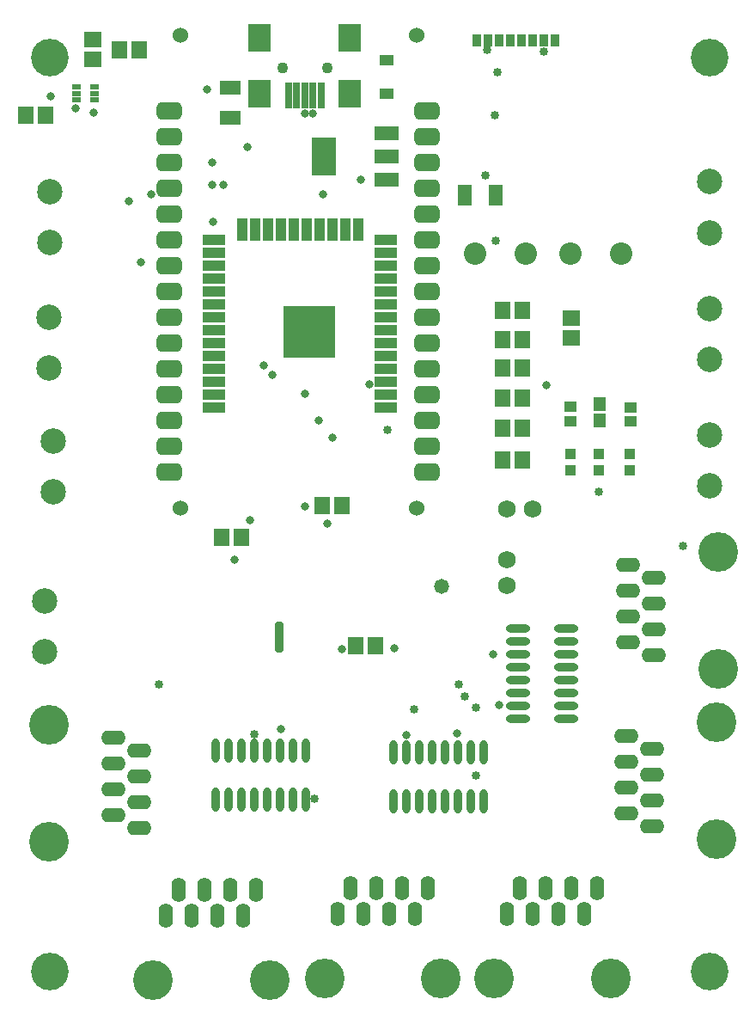
<source format=gts>
G04*
G04 #@! TF.GenerationSoftware,Altium Limited,CircuitMaker,2.0.3 (51)*
G04*
G04 Layer_Color=20142*
%FSLAX24Y24*%
%MOIN*%
G70*
G04*
G04 #@! TF.SameCoordinates,3954AB4D-5D0B-4665-A105-1F8CE3EC6163*
G04*
G04*
G04 #@! TF.FilePolarity,Negative*
G04*
G01*
G75*
%ADD17R,0.0789X0.0533*%
%ADD18R,0.0611X0.0690*%
%ADD19R,0.0493X0.0434*%
%ADD20R,0.0493X0.0533*%
%ADD21R,0.0415X0.0415*%
%ADD22R,0.0560X0.0438*%
%ADD23O,0.0946X0.0316*%
%ADD24O,0.0316X0.0946*%
%ADD25R,0.0960X0.0560*%
%ADD26R,0.0950X0.1500*%
%ADD27R,0.0690X0.0611*%
%ADD28R,0.2049X0.2049*%
%ADD29R,0.0434X0.0867*%
%ADD30R,0.0867X0.0434*%
%ADD31R,0.0277X0.0986*%
%ADD32R,0.0867X0.1064*%
%ADD33R,0.0356X0.0454*%
%ADD34R,0.0533X0.0789*%
%ADD35R,0.0340X0.0198*%
%ADD36C,0.0986*%
%ADD37O,0.0946X0.0552*%
%ADD38C,0.1537*%
G04:AMPARAMS|DCode=39|XSize=31.5mil|YSize=118.1mil|CornerRadius=8.9mil|HoleSize=0mil|Usage=FLASHONLY|Rotation=0.000|XOffset=0mil|YOffset=0mil|HoleType=Round|Shape=RoundedRectangle|*
%AMROUNDEDRECTD39*
21,1,0.0315,0.1004,0,0,0.0*
21,1,0.0138,0.1181,0,0,0.0*
1,1,0.0177,0.0069,-0.0502*
1,1,0.0177,-0.0069,-0.0502*
1,1,0.0177,-0.0069,0.0502*
1,1,0.0177,0.0069,0.0502*
%
%ADD39ROUNDEDRECTD39*%
G04:AMPARAMS|DCode=40|XSize=68mil|YSize=98mil|CornerRadius=19mil|HoleSize=0mil|Usage=FLASHONLY|Rotation=270.000|XOffset=0mil|YOffset=0mil|HoleType=Round|Shape=RoundedRectangle|*
%AMROUNDEDRECTD40*
21,1,0.0680,0.0600,0,0,270.0*
21,1,0.0300,0.0980,0,0,270.0*
1,1,0.0380,-0.0300,-0.0150*
1,1,0.0380,-0.0300,0.0150*
1,1,0.0380,0.0300,0.0150*
1,1,0.0380,0.0300,-0.0150*
%
%ADD40ROUNDEDRECTD40*%
%ADD41C,0.0600*%
%ADD42C,0.0867*%
%ADD43C,0.1080*%
%ADD44C,0.0434*%
%ADD45O,0.0552X0.0946*%
%ADD46C,0.0680*%
%ADD47C,0.0320*%
%ADD48C,0.0580*%
%ADD49C,0.0316*%
%ADD50C,0.0336*%
%ADD51C,0.1458*%
D17*
X18819Y44921D02*
D03*
Y46102D02*
D03*
D18*
X24439Y24449D02*
D03*
X23671D02*
D03*
X23140Y29882D02*
D03*
X22372D02*
D03*
X30148Y31654D02*
D03*
X29380D02*
D03*
X30148Y32874D02*
D03*
X29380D02*
D03*
X30148Y34055D02*
D03*
X29380D02*
D03*
X30148Y35236D02*
D03*
X29380D02*
D03*
X30148Y36339D02*
D03*
X29380D02*
D03*
X30148Y37441D02*
D03*
X29380D02*
D03*
X14498Y47559D02*
D03*
X15266D02*
D03*
X18474Y28661D02*
D03*
X19242D02*
D03*
X10876Y45039D02*
D03*
X11644D02*
D03*
D19*
X32008Y33140D02*
D03*
Y33711D02*
D03*
X34331Y33159D02*
D03*
Y33691D02*
D03*
D20*
X33150Y33829D02*
D03*
Y33179D02*
D03*
D21*
X34291Y31260D02*
D03*
Y31890D02*
D03*
X33110Y31260D02*
D03*
Y31890D02*
D03*
X32008Y31260D02*
D03*
Y31890D02*
D03*
D22*
X24882Y45850D02*
D03*
Y47142D02*
D03*
D23*
X31850Y21636D02*
D03*
Y22136D02*
D03*
Y22636D02*
D03*
Y23136D02*
D03*
Y23636D02*
D03*
Y24136D02*
D03*
Y24636D02*
D03*
Y25136D02*
D03*
X29961Y21636D02*
D03*
Y22136D02*
D03*
Y22636D02*
D03*
Y23136D02*
D03*
Y23636D02*
D03*
Y24136D02*
D03*
Y24636D02*
D03*
Y25136D02*
D03*
D24*
X25140Y18425D02*
D03*
X25640D02*
D03*
X26140D02*
D03*
X26640D02*
D03*
X27140D02*
D03*
X27640D02*
D03*
X28140D02*
D03*
X28640D02*
D03*
X25140Y20315D02*
D03*
X25640D02*
D03*
X26140D02*
D03*
X26640D02*
D03*
X27140D02*
D03*
X27640D02*
D03*
X28140D02*
D03*
X28640D02*
D03*
X18250Y18504D02*
D03*
X18750D02*
D03*
X19250D02*
D03*
X19750D02*
D03*
X20250D02*
D03*
X20750D02*
D03*
X21250D02*
D03*
X21750D02*
D03*
X18250Y20394D02*
D03*
X18750D02*
D03*
X19250D02*
D03*
X19750D02*
D03*
X20250D02*
D03*
X20750D02*
D03*
X21250D02*
D03*
X21750D02*
D03*
D25*
X24881Y42515D02*
D03*
Y43425D02*
D03*
Y44335D02*
D03*
D26*
X22431Y43425D02*
D03*
D27*
X32047Y37156D02*
D03*
Y36388D02*
D03*
X13465Y47175D02*
D03*
Y47943D02*
D03*
D28*
X21884Y36632D02*
D03*
D29*
X19257Y40576D02*
D03*
X23757D02*
D03*
X23257Y40582D02*
D03*
X22757Y40576D02*
D03*
X22257D02*
D03*
X21757D02*
D03*
X21257D02*
D03*
X20757D02*
D03*
X20257D02*
D03*
X19757D02*
D03*
D30*
X18161Y40182D02*
D03*
Y33682D02*
D03*
Y34182D02*
D03*
Y34682D02*
D03*
Y35182D02*
D03*
Y35682D02*
D03*
Y36182D02*
D03*
Y36682D02*
D03*
Y37182D02*
D03*
Y37682D02*
D03*
Y38182D02*
D03*
Y38682D02*
D03*
Y39182D02*
D03*
Y39682D02*
D03*
X24854D02*
D03*
Y39182D02*
D03*
Y38682D02*
D03*
Y38182D02*
D03*
Y37682D02*
D03*
Y37182D02*
D03*
Y36682D02*
D03*
Y36182D02*
D03*
Y35682D02*
D03*
Y35182D02*
D03*
Y34682D02*
D03*
Y34182D02*
D03*
Y33682D02*
D03*
Y40182D02*
D03*
D31*
X22323Y45787D02*
D03*
X21378D02*
D03*
X21063D02*
D03*
X22008D02*
D03*
X21693D02*
D03*
D32*
X23445Y45866D02*
D03*
X19941D02*
D03*
X23445Y48032D02*
D03*
X19941D02*
D03*
D33*
X28386Y47913D02*
D03*
X28819D02*
D03*
X29252D02*
D03*
X29685D02*
D03*
X30118D02*
D03*
X30551D02*
D03*
X30984D02*
D03*
X31417D02*
D03*
D34*
X27913Y41929D02*
D03*
X29094D02*
D03*
D35*
X12827Y46122D02*
D03*
Y45866D02*
D03*
Y45610D02*
D03*
X13551D02*
D03*
Y45866D02*
D03*
Y46122D02*
D03*
D36*
X11929Y30433D02*
D03*
Y32402D02*
D03*
X37402Y32638D02*
D03*
Y30669D02*
D03*
X11772Y37205D02*
D03*
Y35236D02*
D03*
X11811Y42047D02*
D03*
Y40079D02*
D03*
X37402Y35551D02*
D03*
Y37520D02*
D03*
Y40472D02*
D03*
Y42441D02*
D03*
X11614Y24213D02*
D03*
Y26181D02*
D03*
D37*
X15280Y20384D02*
D03*
Y19384D02*
D03*
Y17384D02*
D03*
Y18384D02*
D03*
X14280Y17884D02*
D03*
Y18884D02*
D03*
Y20884D02*
D03*
Y19884D02*
D03*
X35248Y25077D02*
D03*
Y24077D02*
D03*
Y26077D02*
D03*
Y27077D02*
D03*
X34248Y26577D02*
D03*
Y27577D02*
D03*
Y25577D02*
D03*
Y24577D02*
D03*
X35169Y18463D02*
D03*
Y17463D02*
D03*
Y19463D02*
D03*
Y20463D02*
D03*
X34169Y19963D02*
D03*
Y20963D02*
D03*
Y18963D02*
D03*
Y17963D02*
D03*
D38*
X11780Y16870D02*
D03*
Y21398D02*
D03*
X37748Y23563D02*
D03*
Y28091D02*
D03*
X37669Y16949D02*
D03*
Y21476D02*
D03*
X29035Y11543D02*
D03*
X33563D02*
D03*
X22461D02*
D03*
X26988D02*
D03*
X15807Y11504D02*
D03*
X20335D02*
D03*
D39*
X20709Y24774D02*
D03*
D40*
X16454Y31182D02*
D03*
Y32182D02*
D03*
Y33182D02*
D03*
Y34182D02*
D03*
Y35182D02*
D03*
Y36182D02*
D03*
Y37182D02*
D03*
Y38182D02*
D03*
Y39182D02*
D03*
Y40182D02*
D03*
Y41182D02*
D03*
Y42182D02*
D03*
Y43182D02*
D03*
Y45182D02*
D03*
X26454Y31182D02*
D03*
Y32182D02*
D03*
Y33182D02*
D03*
Y34182D02*
D03*
Y35182D02*
D03*
Y36182D02*
D03*
Y37182D02*
D03*
Y38182D02*
D03*
Y39182D02*
D03*
Y40182D02*
D03*
Y41182D02*
D03*
Y42182D02*
D03*
Y43182D02*
D03*
Y44182D02*
D03*
Y45182D02*
D03*
X16454Y44182D02*
D03*
D41*
X16856Y48135D02*
D03*
X26052D02*
D03*
Y29804D02*
D03*
X16856D02*
D03*
D42*
X32007Y39661D02*
D03*
X33977Y39646D02*
D03*
X28306Y39661D02*
D03*
X30276Y39646D02*
D03*
D43*
X21884Y36632D02*
D03*
D44*
X20827Y46870D02*
D03*
X22559D02*
D03*
D45*
X30549Y14043D02*
D03*
X29549D02*
D03*
X31549D02*
D03*
X32549D02*
D03*
X32049Y15043D02*
D03*
X33049D02*
D03*
X31049D02*
D03*
X30049D02*
D03*
X23974Y14043D02*
D03*
X22974D02*
D03*
X24974D02*
D03*
X25974D02*
D03*
X25474Y15043D02*
D03*
X26474D02*
D03*
X24474D02*
D03*
X23474D02*
D03*
X17321Y14004D02*
D03*
X16321D02*
D03*
X18321D02*
D03*
X19321D02*
D03*
X18821Y15004D02*
D03*
X19821D02*
D03*
X17821D02*
D03*
X16821D02*
D03*
D46*
X29528Y27783D02*
D03*
Y26783D02*
D03*
X30539Y29764D02*
D03*
X29539D02*
D03*
D47*
X11850Y45748D02*
D03*
X22008Y45079D02*
D03*
X21693D02*
D03*
X23885Y42515D02*
D03*
X23583Y45591D02*
D03*
X17913Y46024D02*
D03*
X18110Y42323D02*
D03*
X18543D02*
D03*
X18110Y43189D02*
D03*
X19488Y43780D02*
D03*
X15354Y39331D02*
D03*
X15748Y41968D02*
D03*
X14882Y41693D02*
D03*
X22402Y41968D02*
D03*
X22559Y29173D02*
D03*
X25157Y24370D02*
D03*
X21693Y34213D02*
D03*
X22756Y32520D02*
D03*
X22244Y33189D02*
D03*
X25630Y20984D02*
D03*
X29252Y22165D02*
D03*
X18150Y40906D02*
D03*
X18976Y27795D02*
D03*
X12795Y45276D02*
D03*
X13504Y45118D02*
D03*
X20118Y35315D02*
D03*
X20433Y34961D02*
D03*
X31063Y34567D02*
D03*
X24213Y34606D02*
D03*
X23150Y24331D02*
D03*
X21693Y29843D02*
D03*
X27598Y21063D02*
D03*
X20787Y21220D02*
D03*
X29016Y24134D02*
D03*
X19567Y29331D02*
D03*
D48*
X27008Y26744D02*
D03*
D49*
X20709Y24370D02*
D03*
Y25177D02*
D03*
D50*
X36378Y28307D02*
D03*
X33110Y30433D02*
D03*
X24920Y32810D02*
D03*
X27680Y22970D02*
D03*
X16050D02*
D03*
X28330Y19430D02*
D03*
Y22060D02*
D03*
X27910Y22480D02*
D03*
X25940Y21990D02*
D03*
X22060Y18530D02*
D03*
X19750Y21010D02*
D03*
X29094Y40160D02*
D03*
X29055Y45039D02*
D03*
X28780Y47559D02*
D03*
X29173Y46693D02*
D03*
X30984Y47480D02*
D03*
X28701Y42677D02*
D03*
D51*
X11811Y11811D02*
D03*
X37402D02*
D03*
X11811Y47244D02*
D03*
X37402D02*
D03*
M02*

</source>
